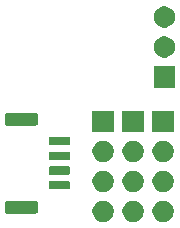
<source format=gts>
G04 #@! TF.GenerationSoftware,KiCad,Pcbnew,(5.1.5)-3*
G04 #@! TF.CreationDate,2020-09-29T13:04:07-07:00*
G04 #@! TF.ProjectId,can_servo_x3_breakout,63616e5f-7365-4727-966f-5f78335f6272,rev?*
G04 #@! TF.SameCoordinates,Original*
G04 #@! TF.FileFunction,Soldermask,Top*
G04 #@! TF.FilePolarity,Negative*
%FSLAX46Y46*%
G04 Gerber Fmt 4.6, Leading zero omitted, Abs format (unit mm)*
G04 Created by KiCad (PCBNEW (5.1.5)-3) date 2020-09-29 13:04:07*
%MOMM*%
%LPD*%
G04 APERTURE LIST*
%ADD10C,0.100000*%
G04 APERTURE END LIST*
D10*
G36*
X217181912Y-86683127D02*
G01*
X217331212Y-86712824D01*
X217495184Y-86780744D01*
X217642754Y-86879347D01*
X217768253Y-87004846D01*
X217866856Y-87152416D01*
X217934776Y-87316388D01*
X217969400Y-87490459D01*
X217969400Y-87667941D01*
X217934776Y-87842012D01*
X217866856Y-88005984D01*
X217768253Y-88153554D01*
X217642754Y-88279053D01*
X217495184Y-88377656D01*
X217331212Y-88445576D01*
X217181912Y-88475273D01*
X217157142Y-88480200D01*
X216979658Y-88480200D01*
X216954888Y-88475273D01*
X216805588Y-88445576D01*
X216641616Y-88377656D01*
X216494046Y-88279053D01*
X216368547Y-88153554D01*
X216269944Y-88005984D01*
X216202024Y-87842012D01*
X216167400Y-87667941D01*
X216167400Y-87490459D01*
X216202024Y-87316388D01*
X216269944Y-87152416D01*
X216368547Y-87004846D01*
X216494046Y-86879347D01*
X216641616Y-86780744D01*
X216805588Y-86712824D01*
X216954888Y-86683127D01*
X216979658Y-86678200D01*
X217157142Y-86678200D01*
X217181912Y-86683127D01*
G37*
G36*
X222261912Y-86683127D02*
G01*
X222411212Y-86712824D01*
X222575184Y-86780744D01*
X222722754Y-86879347D01*
X222848253Y-87004846D01*
X222946856Y-87152416D01*
X223014776Y-87316388D01*
X223049400Y-87490459D01*
X223049400Y-87667941D01*
X223014776Y-87842012D01*
X222946856Y-88005984D01*
X222848253Y-88153554D01*
X222722754Y-88279053D01*
X222575184Y-88377656D01*
X222411212Y-88445576D01*
X222261912Y-88475273D01*
X222237142Y-88480200D01*
X222059658Y-88480200D01*
X222034888Y-88475273D01*
X221885588Y-88445576D01*
X221721616Y-88377656D01*
X221574046Y-88279053D01*
X221448547Y-88153554D01*
X221349944Y-88005984D01*
X221282024Y-87842012D01*
X221247400Y-87667941D01*
X221247400Y-87490459D01*
X221282024Y-87316388D01*
X221349944Y-87152416D01*
X221448547Y-87004846D01*
X221574046Y-86879347D01*
X221721616Y-86780744D01*
X221885588Y-86712824D01*
X222034888Y-86683127D01*
X222059658Y-86678200D01*
X222237142Y-86678200D01*
X222261912Y-86683127D01*
G37*
G36*
X219721912Y-86683127D02*
G01*
X219871212Y-86712824D01*
X220035184Y-86780744D01*
X220182754Y-86879347D01*
X220308253Y-87004846D01*
X220406856Y-87152416D01*
X220474776Y-87316388D01*
X220509400Y-87490459D01*
X220509400Y-87667941D01*
X220474776Y-87842012D01*
X220406856Y-88005984D01*
X220308253Y-88153554D01*
X220182754Y-88279053D01*
X220035184Y-88377656D01*
X219871212Y-88445576D01*
X219721912Y-88475273D01*
X219697142Y-88480200D01*
X219519658Y-88480200D01*
X219494888Y-88475273D01*
X219345588Y-88445576D01*
X219181616Y-88377656D01*
X219034046Y-88279053D01*
X218908547Y-88153554D01*
X218809944Y-88005984D01*
X218742024Y-87842012D01*
X218707400Y-87667941D01*
X218707400Y-87490459D01*
X218742024Y-87316388D01*
X218809944Y-87152416D01*
X218908547Y-87004846D01*
X219034046Y-86879347D01*
X219181616Y-86780744D01*
X219345588Y-86712824D01*
X219494888Y-86683127D01*
X219519658Y-86678200D01*
X219697142Y-86678200D01*
X219721912Y-86683127D01*
G37*
G36*
X211379434Y-86678686D02*
G01*
X211419284Y-86690774D01*
X211455999Y-86710399D01*
X211488186Y-86736814D01*
X211514601Y-86769001D01*
X211534226Y-86805716D01*
X211546314Y-86845566D01*
X211551000Y-86893141D01*
X211551000Y-87556859D01*
X211546314Y-87604434D01*
X211534226Y-87644284D01*
X211514601Y-87680999D01*
X211488186Y-87713186D01*
X211455999Y-87739601D01*
X211419284Y-87759226D01*
X211379434Y-87771314D01*
X211331859Y-87776000D01*
X208968141Y-87776000D01*
X208920566Y-87771314D01*
X208880716Y-87759226D01*
X208844001Y-87739601D01*
X208811814Y-87713186D01*
X208785399Y-87680999D01*
X208765774Y-87644284D01*
X208753686Y-87604434D01*
X208749000Y-87556859D01*
X208749000Y-86893141D01*
X208753686Y-86845566D01*
X208765774Y-86805716D01*
X208785399Y-86769001D01*
X208811814Y-86736814D01*
X208844001Y-86710399D01*
X208880716Y-86690774D01*
X208920566Y-86678686D01*
X208968141Y-86674000D01*
X211331859Y-86674000D01*
X211379434Y-86678686D01*
G37*
G36*
X219721912Y-84143127D02*
G01*
X219871212Y-84172824D01*
X220035184Y-84240744D01*
X220182754Y-84339347D01*
X220308253Y-84464846D01*
X220406856Y-84612416D01*
X220474776Y-84776388D01*
X220509400Y-84950459D01*
X220509400Y-85127941D01*
X220474776Y-85302012D01*
X220406856Y-85465984D01*
X220308253Y-85613554D01*
X220182754Y-85739053D01*
X220035184Y-85837656D01*
X219871212Y-85905576D01*
X219721912Y-85935273D01*
X219697142Y-85940200D01*
X219519658Y-85940200D01*
X219494888Y-85935273D01*
X219345588Y-85905576D01*
X219181616Y-85837656D01*
X219034046Y-85739053D01*
X218908547Y-85613554D01*
X218809944Y-85465984D01*
X218742024Y-85302012D01*
X218707400Y-85127941D01*
X218707400Y-84950459D01*
X218742024Y-84776388D01*
X218809944Y-84612416D01*
X218908547Y-84464846D01*
X219034046Y-84339347D01*
X219181616Y-84240744D01*
X219345588Y-84172824D01*
X219494888Y-84143127D01*
X219519658Y-84138200D01*
X219697142Y-84138200D01*
X219721912Y-84143127D01*
G37*
G36*
X222261912Y-84143127D02*
G01*
X222411212Y-84172824D01*
X222575184Y-84240744D01*
X222722754Y-84339347D01*
X222848253Y-84464846D01*
X222946856Y-84612416D01*
X223014776Y-84776388D01*
X223049400Y-84950459D01*
X223049400Y-85127941D01*
X223014776Y-85302012D01*
X222946856Y-85465984D01*
X222848253Y-85613554D01*
X222722754Y-85739053D01*
X222575184Y-85837656D01*
X222411212Y-85905576D01*
X222261912Y-85935273D01*
X222237142Y-85940200D01*
X222059658Y-85940200D01*
X222034888Y-85935273D01*
X221885588Y-85905576D01*
X221721616Y-85837656D01*
X221574046Y-85739053D01*
X221448547Y-85613554D01*
X221349944Y-85465984D01*
X221282024Y-85302012D01*
X221247400Y-85127941D01*
X221247400Y-84950459D01*
X221282024Y-84776388D01*
X221349944Y-84612416D01*
X221448547Y-84464846D01*
X221574046Y-84339347D01*
X221721616Y-84240744D01*
X221885588Y-84172824D01*
X222034888Y-84143127D01*
X222059658Y-84138200D01*
X222237142Y-84138200D01*
X222261912Y-84143127D01*
G37*
G36*
X217181912Y-84143127D02*
G01*
X217331212Y-84172824D01*
X217495184Y-84240744D01*
X217642754Y-84339347D01*
X217768253Y-84464846D01*
X217866856Y-84612416D01*
X217934776Y-84776388D01*
X217969400Y-84950459D01*
X217969400Y-85127941D01*
X217934776Y-85302012D01*
X217866856Y-85465984D01*
X217768253Y-85613554D01*
X217642754Y-85739053D01*
X217495184Y-85837656D01*
X217331212Y-85905576D01*
X217181912Y-85935273D01*
X217157142Y-85940200D01*
X216979658Y-85940200D01*
X216954888Y-85935273D01*
X216805588Y-85905576D01*
X216641616Y-85837656D01*
X216494046Y-85739053D01*
X216368547Y-85613554D01*
X216269944Y-85465984D01*
X216202024Y-85302012D01*
X216167400Y-85127941D01*
X216167400Y-84950459D01*
X216202024Y-84776388D01*
X216269944Y-84612416D01*
X216368547Y-84464846D01*
X216494046Y-84339347D01*
X216641616Y-84240744D01*
X216805588Y-84172824D01*
X216954888Y-84143127D01*
X216979658Y-84138200D01*
X217157142Y-84138200D01*
X217181912Y-84143127D01*
G37*
G36*
X214159928Y-85026764D02*
G01*
X214181009Y-85033160D01*
X214200445Y-85043548D01*
X214217476Y-85057524D01*
X214231452Y-85074555D01*
X214241840Y-85093991D01*
X214248236Y-85115072D01*
X214251000Y-85143140D01*
X214251000Y-85606860D01*
X214248236Y-85634928D01*
X214241840Y-85656009D01*
X214231452Y-85675445D01*
X214217476Y-85692476D01*
X214200445Y-85706452D01*
X214181009Y-85716840D01*
X214159928Y-85723236D01*
X214131860Y-85726000D01*
X212568140Y-85726000D01*
X212540072Y-85723236D01*
X212518991Y-85716840D01*
X212499555Y-85706452D01*
X212482524Y-85692476D01*
X212468548Y-85675445D01*
X212458160Y-85656009D01*
X212451764Y-85634928D01*
X212449000Y-85606860D01*
X212449000Y-85143140D01*
X212451764Y-85115072D01*
X212458160Y-85093991D01*
X212468548Y-85074555D01*
X212482524Y-85057524D01*
X212499555Y-85043548D01*
X212518991Y-85033160D01*
X212540072Y-85026764D01*
X212568140Y-85024000D01*
X214131860Y-85024000D01*
X214159928Y-85026764D01*
G37*
G36*
X214159928Y-83776764D02*
G01*
X214181009Y-83783160D01*
X214200445Y-83793548D01*
X214217476Y-83807524D01*
X214231452Y-83824555D01*
X214241840Y-83843991D01*
X214248236Y-83865072D01*
X214251000Y-83893140D01*
X214251000Y-84356860D01*
X214248236Y-84384928D01*
X214241840Y-84406009D01*
X214231452Y-84425445D01*
X214217476Y-84442476D01*
X214200445Y-84456452D01*
X214181009Y-84466840D01*
X214159928Y-84473236D01*
X214131860Y-84476000D01*
X212568140Y-84476000D01*
X212540072Y-84473236D01*
X212518991Y-84466840D01*
X212499555Y-84456452D01*
X212482524Y-84442476D01*
X212468548Y-84425445D01*
X212458160Y-84406009D01*
X212451764Y-84384928D01*
X212449000Y-84356860D01*
X212449000Y-83893140D01*
X212451764Y-83865072D01*
X212458160Y-83843991D01*
X212468548Y-83824555D01*
X212482524Y-83807524D01*
X212499555Y-83793548D01*
X212518991Y-83783160D01*
X212540072Y-83776764D01*
X212568140Y-83774000D01*
X214131860Y-83774000D01*
X214159928Y-83776764D01*
G37*
G36*
X219721912Y-81603127D02*
G01*
X219871212Y-81632824D01*
X220035184Y-81700744D01*
X220182754Y-81799347D01*
X220308253Y-81924846D01*
X220406856Y-82072416D01*
X220474776Y-82236388D01*
X220509400Y-82410459D01*
X220509400Y-82587941D01*
X220474776Y-82762012D01*
X220406856Y-82925984D01*
X220308253Y-83073554D01*
X220182754Y-83199053D01*
X220035184Y-83297656D01*
X219871212Y-83365576D01*
X219721912Y-83395273D01*
X219697142Y-83400200D01*
X219519658Y-83400200D01*
X219494888Y-83395273D01*
X219345588Y-83365576D01*
X219181616Y-83297656D01*
X219034046Y-83199053D01*
X218908547Y-83073554D01*
X218809944Y-82925984D01*
X218742024Y-82762012D01*
X218707400Y-82587941D01*
X218707400Y-82410459D01*
X218742024Y-82236388D01*
X218809944Y-82072416D01*
X218908547Y-81924846D01*
X219034046Y-81799347D01*
X219181616Y-81700744D01*
X219345588Y-81632824D01*
X219494888Y-81603127D01*
X219519658Y-81598200D01*
X219697142Y-81598200D01*
X219721912Y-81603127D01*
G37*
G36*
X222261912Y-81603127D02*
G01*
X222411212Y-81632824D01*
X222575184Y-81700744D01*
X222722754Y-81799347D01*
X222848253Y-81924846D01*
X222946856Y-82072416D01*
X223014776Y-82236388D01*
X223049400Y-82410459D01*
X223049400Y-82587941D01*
X223014776Y-82762012D01*
X222946856Y-82925984D01*
X222848253Y-83073554D01*
X222722754Y-83199053D01*
X222575184Y-83297656D01*
X222411212Y-83365576D01*
X222261912Y-83395273D01*
X222237142Y-83400200D01*
X222059658Y-83400200D01*
X222034888Y-83395273D01*
X221885588Y-83365576D01*
X221721616Y-83297656D01*
X221574046Y-83199053D01*
X221448547Y-83073554D01*
X221349944Y-82925984D01*
X221282024Y-82762012D01*
X221247400Y-82587941D01*
X221247400Y-82410459D01*
X221282024Y-82236388D01*
X221349944Y-82072416D01*
X221448547Y-81924846D01*
X221574046Y-81799347D01*
X221721616Y-81700744D01*
X221885588Y-81632824D01*
X222034888Y-81603127D01*
X222059658Y-81598200D01*
X222237142Y-81598200D01*
X222261912Y-81603127D01*
G37*
G36*
X217181912Y-81603127D02*
G01*
X217331212Y-81632824D01*
X217495184Y-81700744D01*
X217642754Y-81799347D01*
X217768253Y-81924846D01*
X217866856Y-82072416D01*
X217934776Y-82236388D01*
X217969400Y-82410459D01*
X217969400Y-82587941D01*
X217934776Y-82762012D01*
X217866856Y-82925984D01*
X217768253Y-83073554D01*
X217642754Y-83199053D01*
X217495184Y-83297656D01*
X217331212Y-83365576D01*
X217181912Y-83395273D01*
X217157142Y-83400200D01*
X216979658Y-83400200D01*
X216954888Y-83395273D01*
X216805588Y-83365576D01*
X216641616Y-83297656D01*
X216494046Y-83199053D01*
X216368547Y-83073554D01*
X216269944Y-82925984D01*
X216202024Y-82762012D01*
X216167400Y-82587941D01*
X216167400Y-82410459D01*
X216202024Y-82236388D01*
X216269944Y-82072416D01*
X216368547Y-81924846D01*
X216494046Y-81799347D01*
X216641616Y-81700744D01*
X216805588Y-81632824D01*
X216954888Y-81603127D01*
X216979658Y-81598200D01*
X217157142Y-81598200D01*
X217181912Y-81603127D01*
G37*
G36*
X214159928Y-82526764D02*
G01*
X214181009Y-82533160D01*
X214200445Y-82543548D01*
X214217476Y-82557524D01*
X214231452Y-82574555D01*
X214241840Y-82593991D01*
X214248236Y-82615072D01*
X214251000Y-82643140D01*
X214251000Y-83106860D01*
X214248236Y-83134928D01*
X214241840Y-83156009D01*
X214231452Y-83175445D01*
X214217476Y-83192476D01*
X214200445Y-83206452D01*
X214181009Y-83216840D01*
X214159928Y-83223236D01*
X214131860Y-83226000D01*
X212568140Y-83226000D01*
X212540072Y-83223236D01*
X212518991Y-83216840D01*
X212499555Y-83206452D01*
X212482524Y-83192476D01*
X212468548Y-83175445D01*
X212458160Y-83156009D01*
X212451764Y-83134928D01*
X212449000Y-83106860D01*
X212449000Y-82643140D01*
X212451764Y-82615072D01*
X212458160Y-82593991D01*
X212468548Y-82574555D01*
X212482524Y-82557524D01*
X212499555Y-82543548D01*
X212518991Y-82533160D01*
X212540072Y-82526764D01*
X212568140Y-82524000D01*
X214131860Y-82524000D01*
X214159928Y-82526764D01*
G37*
G36*
X214159928Y-81276764D02*
G01*
X214181009Y-81283160D01*
X214200445Y-81293548D01*
X214217476Y-81307524D01*
X214231452Y-81324555D01*
X214241840Y-81343991D01*
X214248236Y-81365072D01*
X214251000Y-81393140D01*
X214251000Y-81856860D01*
X214248236Y-81884928D01*
X214241840Y-81906009D01*
X214231452Y-81925445D01*
X214217476Y-81942476D01*
X214200445Y-81956452D01*
X214181009Y-81966840D01*
X214159928Y-81973236D01*
X214131860Y-81976000D01*
X212568140Y-81976000D01*
X212540072Y-81973236D01*
X212518991Y-81966840D01*
X212499555Y-81956452D01*
X212482524Y-81942476D01*
X212468548Y-81925445D01*
X212458160Y-81906009D01*
X212451764Y-81884928D01*
X212449000Y-81856860D01*
X212449000Y-81393140D01*
X212451764Y-81365072D01*
X212458160Y-81343991D01*
X212468548Y-81324555D01*
X212482524Y-81307524D01*
X212499555Y-81293548D01*
X212518991Y-81283160D01*
X212540072Y-81276764D01*
X212568140Y-81274000D01*
X214131860Y-81274000D01*
X214159928Y-81276764D01*
G37*
G36*
X220509400Y-80860200D02*
G01*
X218707400Y-80860200D01*
X218707400Y-79058200D01*
X220509400Y-79058200D01*
X220509400Y-80860200D01*
G37*
G36*
X223049400Y-80860200D02*
G01*
X221247400Y-80860200D01*
X221247400Y-79058200D01*
X223049400Y-79058200D01*
X223049400Y-80860200D01*
G37*
G36*
X217969400Y-80860200D02*
G01*
X216167400Y-80860200D01*
X216167400Y-79058200D01*
X217969400Y-79058200D01*
X217969400Y-80860200D01*
G37*
G36*
X211379434Y-79228686D02*
G01*
X211419284Y-79240774D01*
X211455999Y-79260399D01*
X211488186Y-79286814D01*
X211514601Y-79319001D01*
X211534226Y-79355716D01*
X211546314Y-79395566D01*
X211551000Y-79443141D01*
X211551000Y-80106859D01*
X211546314Y-80154434D01*
X211534226Y-80194284D01*
X211514601Y-80230999D01*
X211488186Y-80263186D01*
X211455999Y-80289601D01*
X211419284Y-80309226D01*
X211379434Y-80321314D01*
X211331859Y-80326000D01*
X208968141Y-80326000D01*
X208920566Y-80321314D01*
X208880716Y-80309226D01*
X208844001Y-80289601D01*
X208811814Y-80263186D01*
X208785399Y-80230999D01*
X208765774Y-80194284D01*
X208753686Y-80154434D01*
X208749000Y-80106859D01*
X208749000Y-79443141D01*
X208753686Y-79395566D01*
X208765774Y-79355716D01*
X208785399Y-79319001D01*
X208811814Y-79286814D01*
X208844001Y-79260399D01*
X208880716Y-79240774D01*
X208920566Y-79228686D01*
X208968141Y-79224000D01*
X211331859Y-79224000D01*
X211379434Y-79228686D01*
G37*
G36*
X223151000Y-77101000D02*
G01*
X221349000Y-77101000D01*
X221349000Y-75299000D01*
X223151000Y-75299000D01*
X223151000Y-77101000D01*
G37*
G36*
X222363512Y-72763927D02*
G01*
X222512812Y-72793624D01*
X222676784Y-72861544D01*
X222824354Y-72960147D01*
X222949853Y-73085646D01*
X223048456Y-73233216D01*
X223116376Y-73397188D01*
X223151000Y-73571259D01*
X223151000Y-73748741D01*
X223116376Y-73922812D01*
X223048456Y-74086784D01*
X222949853Y-74234354D01*
X222824354Y-74359853D01*
X222676784Y-74458456D01*
X222512812Y-74526376D01*
X222363512Y-74556073D01*
X222338742Y-74561000D01*
X222161258Y-74561000D01*
X222136488Y-74556073D01*
X221987188Y-74526376D01*
X221823216Y-74458456D01*
X221675646Y-74359853D01*
X221550147Y-74234354D01*
X221451544Y-74086784D01*
X221383624Y-73922812D01*
X221349000Y-73748741D01*
X221349000Y-73571259D01*
X221383624Y-73397188D01*
X221451544Y-73233216D01*
X221550147Y-73085646D01*
X221675646Y-72960147D01*
X221823216Y-72861544D01*
X221987188Y-72793624D01*
X222136488Y-72763927D01*
X222161258Y-72759000D01*
X222338742Y-72759000D01*
X222363512Y-72763927D01*
G37*
G36*
X222363512Y-70223927D02*
G01*
X222512812Y-70253624D01*
X222676784Y-70321544D01*
X222824354Y-70420147D01*
X222949853Y-70545646D01*
X223048456Y-70693216D01*
X223116376Y-70857188D01*
X223151000Y-71031259D01*
X223151000Y-71208741D01*
X223116376Y-71382812D01*
X223048456Y-71546784D01*
X222949853Y-71694354D01*
X222824354Y-71819853D01*
X222676784Y-71918456D01*
X222512812Y-71986376D01*
X222363512Y-72016073D01*
X222338742Y-72021000D01*
X222161258Y-72021000D01*
X222136488Y-72016073D01*
X221987188Y-71986376D01*
X221823216Y-71918456D01*
X221675646Y-71819853D01*
X221550147Y-71694354D01*
X221451544Y-71546784D01*
X221383624Y-71382812D01*
X221349000Y-71208741D01*
X221349000Y-71031259D01*
X221383624Y-70857188D01*
X221451544Y-70693216D01*
X221550147Y-70545646D01*
X221675646Y-70420147D01*
X221823216Y-70321544D01*
X221987188Y-70253624D01*
X222136488Y-70223927D01*
X222161258Y-70219000D01*
X222338742Y-70219000D01*
X222363512Y-70223927D01*
G37*
M02*

</source>
